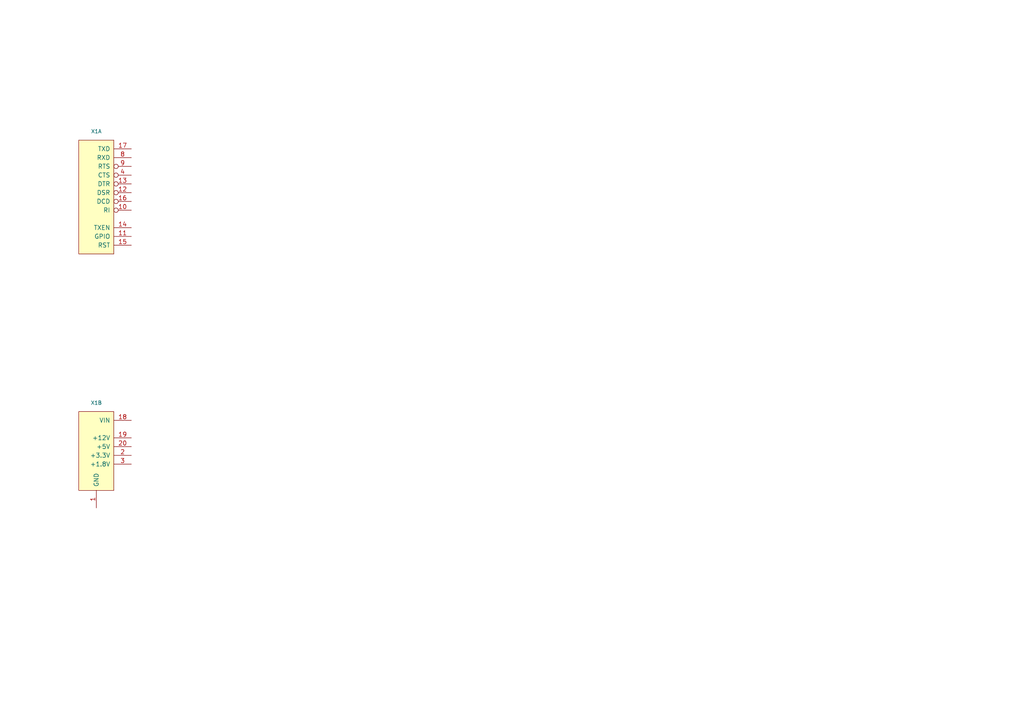
<source format=kicad_sch>
(kicad_sch (version 20231120) (generator "eeschema") (generator_version "8.0")
  (paper "A4")
  (lib_symbols
    (symbol "AllSerial:AllSerial_Connector" (pin_names (offset 1.016))
      (property "Reference" "X" (at -5.08 19.05 0))
      (symbol "AllSerial_Connector_1_0"
        (pin input inverted (at 10.16 -2.54 180) (length 5.08) (name "RI") (number "10"))
        (pin bidirectional line (at 10.16 -10.16 180) (length 5.08) (name "GPIO") (number "11"))
        (pin input inverted (at 10.16 2.54 180) (length 5.08) (name "DSR") (number "12"))
        (pin output inverted (at 10.16 5.08 180) (length 5.08) (name "DTR") (number "13"))
        (pin output line (at 10.16 -7.62 180) (length 5.08) (name "TXEN") (number "14"))
        (pin bidirectional line (at 10.16 -12.7 180) (length 5.08) (name "RST") (number "15"))
        (pin input inverted (at 10.16 0 180) (length 5.08) (name "DCD") (number "16"))
        (pin output line (at 10.16 15.24 180) (length 5.08) (name "TXD") (number "17"))
        (pin input inverted (at 10.16 7.62 180) (length 5.08) (name "CTS") (number "4"))
        (pin input line (at 10.16 12.7 180) (length 5.08) (name "RXD") (number "8"))
        (pin output inverted (at 10.16 10.16 180) (length 5.08) (name "RTS") (number "9"))
      )
      (symbol "AllSerial_Connector_1_1"
        (rectangle (start -5.08 17.78) (end 5.08 -15.24) (fill (type background)))
      )
      (symbol "AllSerial_Connector_2_0"
        (pin bidirectional line (at 0 -10.16 90) (length 5.08) (name "GND") (number "1"))
        (pin bidirectional line (at 10.16 15.24 180) (length 5.08) (name "VIN") (number "18"))
        (pin bidirectional line (at 10.16 10.16 180) (length 5.08) (name "+12V") (number "19"))
        (pin bidirectional line (at 10.16 5.08 180) (length 5.08) (name "+3.3V") (number "2"))
        (pin bidirectional line (at 10.16 7.62 180) (length 5.08) (name "+5V") (number "20"))
        (pin bidirectional line (at 10.16 2.54 180) (length 5.08) (name "+1.8V") (number "3"))
      )
      (symbol "AllSerial_Connector_2_1"
        (rectangle (start -5.08 17.78) (end 5.08 -5.08) (fill (type background)))
      )
      (symbol "AllSerial_Connector_3_0"
        (pin bidirectional line (at 10.16 10.16 180) (length 5.08) (name "D-") (number "5"))
        (pin bidirectional line (at 10.16 12.7 180) (length 5.08) (name "D+") (number "6"))
        (pin bidirectional line (at 10.16 15.24 180) (length 5.08) (name "VUSB") (number "7"))
      )
      (symbol "AllSerial_Connector_3_1"
        (rectangle (start -5.08 17.78) (end 5.08 7.62) (fill (type background)))
      )
    )
    (symbol "AllSerial_Connector_1" (pin_names (offset 1.016))
      (property "Reference" "X" (at -5.08 19.05 0))
      (symbol "AllSerial_Connector_1_1_0"
        (pin input inverted (at 10.16 -2.54 180) (length 5.08) (name "RI") (number "10"))
        (pin bidirectional line (at 10.16 -10.16 180) (length 5.08) (name "GPIO") (number "11"))
        (pin input inverted (at 10.16 2.54 180) (length 5.08) (name "DSR") (number "12"))
        (pin output inverted (at 10.16 5.08 180) (length 5.08) (name "DTR") (number "13"))
        (pin output line (at 10.16 -7.62 180) (length 5.08) (name "TXEN") (number "14"))
        (pin bidirectional line (at 10.16 -12.7 180) (length 5.08) (name "RST") (number "15"))
        (pin input inverted (at 10.16 0 180) (length 5.08) (name "DCD") (number "16"))
        (pin output line (at 10.16 15.24 180) (length 5.08) (name "TXD") (number "17"))
        (pin input inverted (at 10.16 7.62 180) (length 5.08) (name "CTS") (number "4"))
        (pin input line (at 10.16 12.7 180) (length 5.08) (name "RXD") (number "8"))
        (pin output inverted (at 10.16 10.16 180) (length 5.08) (name "RTS") (number "9"))
      )
      (symbol "AllSerial_Connector_1_1_1"
        (rectangle (start -5.08 17.78) (end 5.08 -15.24) (fill (type background)))
      )
      (symbol "AllSerial_Connector_1_2_0"
        (pin bidirectional line (at 0 -10.16 90) (length 5.08) (name "GND") (number "1"))
        (pin bidirectional line (at 10.16 15.24 180) (length 5.08) (name "VIN") (number "18"))
        (pin bidirectional line (at 10.16 10.16 180) (length 5.08) (name "+12V") (number "19"))
        (pin bidirectional line (at 10.16 5.08 180) (length 5.08) (name "+3.3V") (number "2"))
        (pin bidirectional line (at 10.16 7.62 180) (length 5.08) (name "+5V") (number "20"))
        (pin bidirectional line (at 10.16 2.54 180) (length 5.08) (name "+1.8V") (number "3"))
      )
      (symbol "AllSerial_Connector_1_2_1"
        (rectangle (start -5.08 17.78) (end 5.08 -5.08) (fill (type background)))
      )
      (symbol "AllSerial_Connector_1_3_0"
        (pin bidirectional line (at 10.16 10.16 180) (length 5.08) (name "D-") (number "5"))
        (pin bidirectional line (at 10.16 12.7 180) (length 5.08) (name "D+") (number "6"))
        (pin bidirectional line (at 10.16 15.24 180) (length 5.08) (name "VUSB") (number "7"))
      )
      (symbol "AllSerial_Connector_1_3_1"
        (rectangle (start -5.08 17.78) (end 5.08 7.62) (fill (type background)))
      )
    )
  )
  (symbol (lib_name "AllSerial_Connector_1") (lib_id "AllSerial:AllSerial_Connector") (at 27.94 58.42 0) (unit 1)
    (property "Reference" "X1" (at 27.94 38.1 0) (effects (font (size 1.0668 1.0668))))
    (property "Value" "AllSerial_Connector" (effects (hide yes)))
    (property "Footprint" "AllSerial:SlaveBoard" (effects (hide yes)))
  )
  (symbol (lib_id "AllSerial:AllSerial_Connector") (at 27.94 137.16 0) (unit 2)
    (property "Reference" "X1" (at 27.94 116.84 0) (effects (font (size 1.0668 1.0668))))
    (property "Value" "AllSerial_Connector" (effects (hide yes)))
  )
)
</source>
